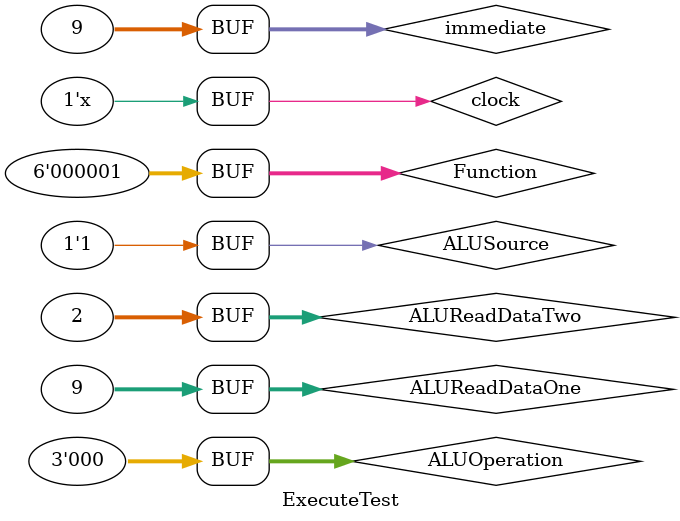
<source format=v>
`timescale 1ns / 1ps

module ExecuteTest;

	// Inputs
	reg clock;
	reg [31:0] ALUReadDataOne;
	reg [31:0] ALUReadDataTwo;
	reg [31:0] immediate;
	reg [5:0] Function;
	reg [2:0] ALUOperation;
	reg ALUSource;

	// Outputs
	wire [31:0] ALUResult;
	wire zero;

	// Instantiate the Unit Under Test (UUT)
	Execute uut (
		.clock(clock), 
		.ALUReadDataOne(ALUReadDataOne), 
		.ALUReadDataTwo(ALUReadDataTwo), 
		.immediate(immediate), 
		.Function(Function), 
		.ALUOperation(ALUOperation), 
		.ALUSource(ALUSource), 
		.ALUResult(ALUResult), 
		.zero(zero)
	);
	
	initial begin
			clock = 0;
		end
	
	always #50 clock = ~clock;

	initial begin
		// Initialize Inputs
																//ADD output = 5 + 7  zero = 0
		ALUReadDataOne = 7;
		ALUReadDataTwo = 5;
		immediate = 32'b0000_0000_0000_0000_0000_0000_0000_1100; 			//12;
		Function = 6'b000000;
		ALUOperation = 3'b000;
		ALUSource = 0;
		#100;
		
		
																//OR output = 6 | 12 zero = 0
		ALUReadDataOne = 6;
		ALUReadDataTwo = 3;
		immediate = 32'b0000_0000_0000_0000_0000_0000_0000_1100;
		Function = 6'b000011;
		ALUOperation = 3'b000;
		ALUSource = 1;
		#100;
		
															//NOT
		ALUReadDataOne = 15;
		ALUReadDataTwo = 6;
		immediate = 32'b0000_0000_0000_0000_0000_0000_0000_1101; // 13
		Function = 6'b000111;
		ALUOperation = 3'b000;
		ALUSource = 0;
		#100;
		
															//SLT
		ALUReadDataOne = 19;
		ALUReadDataTwo = 12;
		immediate = 32'b0000_0000_0000_0000_0000_0000_0000_1001; // 9
		Function = 6'bxxxxxx;
		ALUOperation = 3'b010;
		ALUSource = 0;
		#100;


															//LSR
		ALUReadDataOne = 13;
		ALUReadDataTwo = 15;
		immediate = 32'b0000_0000_0000_0000_0000_0000_0100_0000;
		Function = 6'b000110;
		ALUOperation = 3'b000;
		ALUSource = 1;
		#100;

															//SUB
		ALUReadDataOne = 9;
		ALUReadDataTwo = 2;
		immediate = 32'b0000_0000_0000_0000_0000_0000_0000_1001; // 9
		Function = 6'b000001;
		ALUOperation = 3'b000;
		ALUSource = 1;
		#100;
		
	end
      
endmodule

</source>
